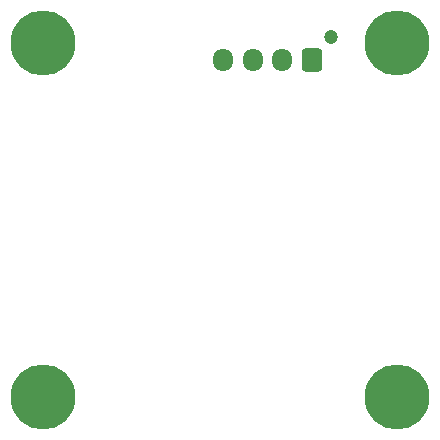
<source format=gbs>
%TF.GenerationSoftware,KiCad,Pcbnew,7.0.1-0*%
%TF.CreationDate,2023-04-01T23:00:14-04:00*%
%TF.ProjectId,Turbidometer,54757262-6964-46f6-9d65-7465722e6b69,rev?*%
%TF.SameCoordinates,Original*%
%TF.FileFunction,Soldermask,Bot*%
%TF.FilePolarity,Negative*%
%FSLAX46Y46*%
G04 Gerber Fmt 4.6, Leading zero omitted, Abs format (unit mm)*
G04 Created by KiCad (PCBNEW 7.0.1-0) date 2023-04-01 23:00:14*
%MOMM*%
%LPD*%
G01*
G04 APERTURE LIST*
G04 Aperture macros list*
%AMRoundRect*
0 Rectangle with rounded corners*
0 $1 Rounding radius*
0 $2 $3 $4 $5 $6 $7 $8 $9 X,Y pos of 4 corners*
0 Add a 4 corners polygon primitive as box body*
4,1,4,$2,$3,$4,$5,$6,$7,$8,$9,$2,$3,0*
0 Add four circle primitives for the rounded corners*
1,1,$1+$1,$2,$3*
1,1,$1+$1,$4,$5*
1,1,$1+$1,$6,$7*
1,1,$1+$1,$8,$9*
0 Add four rect primitives between the rounded corners*
20,1,$1+$1,$2,$3,$4,$5,0*
20,1,$1+$1,$4,$5,$6,$7,0*
20,1,$1+$1,$6,$7,$8,$9,0*
20,1,$1+$1,$8,$9,$2,$3,0*%
G04 Aperture macros list end*
%ADD10C,5.500000*%
%ADD11C,1.200000*%
%ADD12RoundRect,0.250000X0.600000X0.725000X-0.600000X0.725000X-0.600000X-0.725000X0.600000X-0.725000X0*%
%ADD13O,1.700000X1.950000*%
G04 APERTURE END LIST*
D10*
%TO.C,H2*%
X120000000Y-47500000D03*
%TD*%
%TO.C,H1*%
X90000000Y-47500000D03*
%TD*%
%TO.C,H4*%
X120000000Y-77500000D03*
%TD*%
%TO.C,H3*%
X90000000Y-77500000D03*
%TD*%
D11*
%TO.C,J2*%
X114350000Y-47000000D03*
D12*
X112750000Y-49000000D03*
D13*
X110250000Y-49000000D03*
X107750000Y-49000000D03*
X105250000Y-49000000D03*
%TD*%
M02*

</source>
